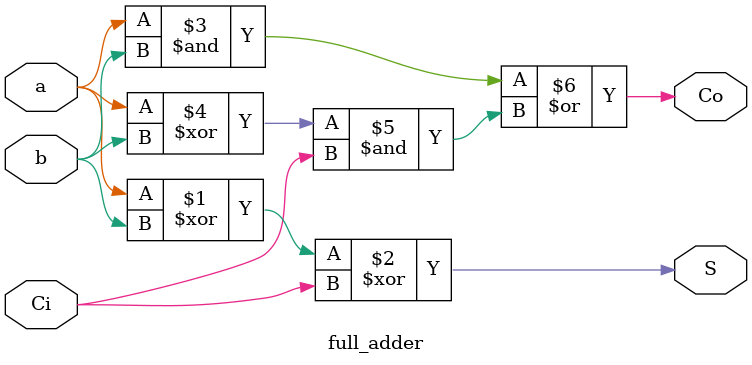
<source format=v>
`timescale 1ns / 1ps

// Full adder coding.
module full_adder(
    input a,b,
    input Ci,
    output S, Co);
    assign S=a^b^Ci; // a or b or Ci
    assign Co=a&b | (a^b)&Ci; // carry signal. (a and b) or {(a or b) and Ci.}
endmodule

</source>
